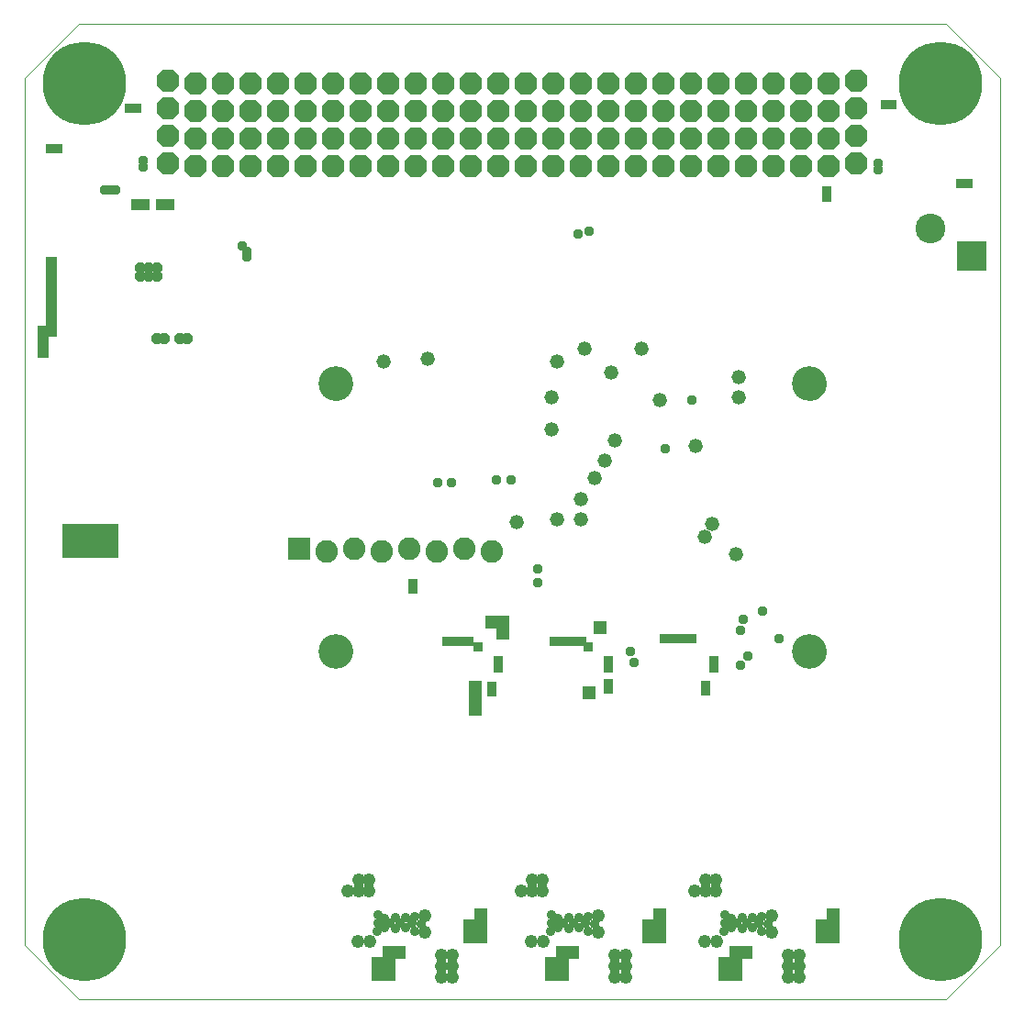
<source format=gbs>
G75*
%MOIN*%
%OFA0B0*%
%FSLAX25Y25*%
%IPPOS*%
%LPD*%
%AMOC8*
5,1,8,0,0,1.08239X$1,22.5*
%
%ADD10OC8,0.08200*%
%ADD11C,0.00000*%
%ADD12C,0.30328*%
%ADD13R,0.10800X0.10800*%
%ADD14C,0.10800*%
%ADD15C,0.12611*%
%ADD16C,0.05200*%
%ADD17R,0.08200X0.08200*%
%ADD18C,0.08200*%
%ADD19R,0.03581X0.03581*%
%ADD20R,0.03600X0.03600*%
%ADD21R,0.03778X0.03778*%
%ADD22C,0.03778*%
%ADD23OC8,0.03975*%
%ADD24R,0.03975X0.03975*%
%ADD25C,0.04762*%
%ADD26C,0.03581*%
%ADD27R,0.04762X0.04762*%
D10*
X0092608Y0305912D03*
X0102608Y0304912D03*
X0102608Y0314912D03*
X0092608Y0315912D03*
X0092608Y0325912D03*
X0102608Y0324912D03*
X0102608Y0334912D03*
X0092608Y0335912D03*
X0112608Y0334912D03*
X0112608Y0324912D03*
X0122608Y0324912D03*
X0122608Y0334912D03*
X0132608Y0334912D03*
X0132608Y0324912D03*
X0142608Y0324912D03*
X0142608Y0334912D03*
X0152608Y0334912D03*
X0152608Y0324912D03*
X0162608Y0324912D03*
X0162608Y0334912D03*
X0172608Y0334912D03*
X0172608Y0324912D03*
X0182608Y0324912D03*
X0182608Y0334912D03*
X0192608Y0334912D03*
X0192608Y0324912D03*
X0202608Y0324912D03*
X0202608Y0334912D03*
X0212608Y0334912D03*
X0212608Y0324912D03*
X0222608Y0324912D03*
X0222608Y0334912D03*
X0232608Y0334912D03*
X0232608Y0324912D03*
X0242608Y0324912D03*
X0242608Y0334912D03*
X0252608Y0334912D03*
X0252608Y0324912D03*
X0262608Y0324912D03*
X0262608Y0334912D03*
X0272608Y0334912D03*
X0272608Y0324912D03*
X0282608Y0324912D03*
X0282608Y0334912D03*
X0292608Y0334912D03*
X0292608Y0324912D03*
X0302608Y0324912D03*
X0302608Y0334912D03*
X0312608Y0334912D03*
X0312608Y0324912D03*
X0322608Y0324912D03*
X0322608Y0334912D03*
X0332608Y0334912D03*
X0332608Y0324912D03*
X0342608Y0325912D03*
X0342608Y0335912D03*
X0342608Y0315912D03*
X0332608Y0314912D03*
X0322608Y0314912D03*
X0312608Y0314912D03*
X0302608Y0314912D03*
X0292608Y0314912D03*
X0282608Y0314912D03*
X0272608Y0314912D03*
X0262608Y0314912D03*
X0252608Y0314912D03*
X0242608Y0314912D03*
X0232608Y0314912D03*
X0222608Y0314912D03*
X0212608Y0314912D03*
X0202608Y0314912D03*
X0192608Y0314912D03*
X0182608Y0314912D03*
X0172608Y0314912D03*
X0162608Y0314912D03*
X0152608Y0314912D03*
X0142608Y0314912D03*
X0132608Y0314912D03*
X0122608Y0314912D03*
X0112608Y0314912D03*
X0112608Y0304912D03*
X0122608Y0304912D03*
X0132608Y0304912D03*
X0142608Y0304912D03*
X0152608Y0304912D03*
X0162608Y0304912D03*
X0172608Y0304912D03*
X0182608Y0304912D03*
X0192608Y0304912D03*
X0202608Y0304912D03*
X0212608Y0304912D03*
X0222608Y0304912D03*
X0232608Y0304912D03*
X0242608Y0304912D03*
X0252608Y0304912D03*
X0262608Y0304912D03*
X0272608Y0304912D03*
X0282608Y0304912D03*
X0292608Y0304912D03*
X0302608Y0304912D03*
X0312608Y0304912D03*
X0322608Y0304912D03*
X0332608Y0304912D03*
X0342608Y0305912D03*
D11*
X0040443Y0336880D02*
X0040443Y0021920D01*
X0060128Y0002235D01*
X0375089Y0002235D01*
X0394774Y0021920D01*
X0394774Y0336880D01*
X0375089Y0356565D01*
X0060128Y0356565D01*
X0040443Y0336880D01*
X0147652Y0226010D02*
X0147654Y0226163D01*
X0147660Y0226317D01*
X0147670Y0226470D01*
X0147684Y0226622D01*
X0147702Y0226775D01*
X0147724Y0226926D01*
X0147749Y0227077D01*
X0147779Y0227228D01*
X0147813Y0227378D01*
X0147850Y0227526D01*
X0147891Y0227674D01*
X0147936Y0227820D01*
X0147985Y0227966D01*
X0148038Y0228110D01*
X0148094Y0228252D01*
X0148154Y0228393D01*
X0148218Y0228533D01*
X0148285Y0228671D01*
X0148356Y0228807D01*
X0148431Y0228941D01*
X0148508Y0229073D01*
X0148590Y0229203D01*
X0148674Y0229331D01*
X0148762Y0229457D01*
X0148853Y0229580D01*
X0148947Y0229701D01*
X0149045Y0229819D01*
X0149145Y0229935D01*
X0149249Y0230048D01*
X0149355Y0230159D01*
X0149464Y0230267D01*
X0149576Y0230372D01*
X0149690Y0230473D01*
X0149808Y0230572D01*
X0149927Y0230668D01*
X0150049Y0230761D01*
X0150174Y0230850D01*
X0150301Y0230937D01*
X0150430Y0231019D01*
X0150561Y0231099D01*
X0150694Y0231175D01*
X0150829Y0231248D01*
X0150966Y0231317D01*
X0151105Y0231382D01*
X0151245Y0231444D01*
X0151387Y0231502D01*
X0151530Y0231557D01*
X0151675Y0231608D01*
X0151821Y0231655D01*
X0151968Y0231698D01*
X0152116Y0231737D01*
X0152265Y0231773D01*
X0152415Y0231804D01*
X0152566Y0231832D01*
X0152717Y0231856D01*
X0152870Y0231876D01*
X0153022Y0231892D01*
X0153175Y0231904D01*
X0153328Y0231912D01*
X0153481Y0231916D01*
X0153635Y0231916D01*
X0153788Y0231912D01*
X0153941Y0231904D01*
X0154094Y0231892D01*
X0154246Y0231876D01*
X0154399Y0231856D01*
X0154550Y0231832D01*
X0154701Y0231804D01*
X0154851Y0231773D01*
X0155000Y0231737D01*
X0155148Y0231698D01*
X0155295Y0231655D01*
X0155441Y0231608D01*
X0155586Y0231557D01*
X0155729Y0231502D01*
X0155871Y0231444D01*
X0156011Y0231382D01*
X0156150Y0231317D01*
X0156287Y0231248D01*
X0156422Y0231175D01*
X0156555Y0231099D01*
X0156686Y0231019D01*
X0156815Y0230937D01*
X0156942Y0230850D01*
X0157067Y0230761D01*
X0157189Y0230668D01*
X0157308Y0230572D01*
X0157426Y0230473D01*
X0157540Y0230372D01*
X0157652Y0230267D01*
X0157761Y0230159D01*
X0157867Y0230048D01*
X0157971Y0229935D01*
X0158071Y0229819D01*
X0158169Y0229701D01*
X0158263Y0229580D01*
X0158354Y0229457D01*
X0158442Y0229331D01*
X0158526Y0229203D01*
X0158608Y0229073D01*
X0158685Y0228941D01*
X0158760Y0228807D01*
X0158831Y0228671D01*
X0158898Y0228533D01*
X0158962Y0228393D01*
X0159022Y0228252D01*
X0159078Y0228110D01*
X0159131Y0227966D01*
X0159180Y0227820D01*
X0159225Y0227674D01*
X0159266Y0227526D01*
X0159303Y0227378D01*
X0159337Y0227228D01*
X0159367Y0227077D01*
X0159392Y0226926D01*
X0159414Y0226775D01*
X0159432Y0226622D01*
X0159446Y0226470D01*
X0159456Y0226317D01*
X0159462Y0226163D01*
X0159464Y0226010D01*
X0159462Y0225857D01*
X0159456Y0225703D01*
X0159446Y0225550D01*
X0159432Y0225398D01*
X0159414Y0225245D01*
X0159392Y0225094D01*
X0159367Y0224943D01*
X0159337Y0224792D01*
X0159303Y0224642D01*
X0159266Y0224494D01*
X0159225Y0224346D01*
X0159180Y0224200D01*
X0159131Y0224054D01*
X0159078Y0223910D01*
X0159022Y0223768D01*
X0158962Y0223627D01*
X0158898Y0223487D01*
X0158831Y0223349D01*
X0158760Y0223213D01*
X0158685Y0223079D01*
X0158608Y0222947D01*
X0158526Y0222817D01*
X0158442Y0222689D01*
X0158354Y0222563D01*
X0158263Y0222440D01*
X0158169Y0222319D01*
X0158071Y0222201D01*
X0157971Y0222085D01*
X0157867Y0221972D01*
X0157761Y0221861D01*
X0157652Y0221753D01*
X0157540Y0221648D01*
X0157426Y0221547D01*
X0157308Y0221448D01*
X0157189Y0221352D01*
X0157067Y0221259D01*
X0156942Y0221170D01*
X0156815Y0221083D01*
X0156686Y0221001D01*
X0156555Y0220921D01*
X0156422Y0220845D01*
X0156287Y0220772D01*
X0156150Y0220703D01*
X0156011Y0220638D01*
X0155871Y0220576D01*
X0155729Y0220518D01*
X0155586Y0220463D01*
X0155441Y0220412D01*
X0155295Y0220365D01*
X0155148Y0220322D01*
X0155000Y0220283D01*
X0154851Y0220247D01*
X0154701Y0220216D01*
X0154550Y0220188D01*
X0154399Y0220164D01*
X0154246Y0220144D01*
X0154094Y0220128D01*
X0153941Y0220116D01*
X0153788Y0220108D01*
X0153635Y0220104D01*
X0153481Y0220104D01*
X0153328Y0220108D01*
X0153175Y0220116D01*
X0153022Y0220128D01*
X0152870Y0220144D01*
X0152717Y0220164D01*
X0152566Y0220188D01*
X0152415Y0220216D01*
X0152265Y0220247D01*
X0152116Y0220283D01*
X0151968Y0220322D01*
X0151821Y0220365D01*
X0151675Y0220412D01*
X0151530Y0220463D01*
X0151387Y0220518D01*
X0151245Y0220576D01*
X0151105Y0220638D01*
X0150966Y0220703D01*
X0150829Y0220772D01*
X0150694Y0220845D01*
X0150561Y0220921D01*
X0150430Y0221001D01*
X0150301Y0221083D01*
X0150174Y0221170D01*
X0150049Y0221259D01*
X0149927Y0221352D01*
X0149808Y0221448D01*
X0149690Y0221547D01*
X0149576Y0221648D01*
X0149464Y0221753D01*
X0149355Y0221861D01*
X0149249Y0221972D01*
X0149145Y0222085D01*
X0149045Y0222201D01*
X0148947Y0222319D01*
X0148853Y0222440D01*
X0148762Y0222563D01*
X0148674Y0222689D01*
X0148590Y0222817D01*
X0148508Y0222947D01*
X0148431Y0223079D01*
X0148356Y0223213D01*
X0148285Y0223349D01*
X0148218Y0223487D01*
X0148154Y0223627D01*
X0148094Y0223768D01*
X0148038Y0223910D01*
X0147985Y0224054D01*
X0147936Y0224200D01*
X0147891Y0224346D01*
X0147850Y0224494D01*
X0147813Y0224642D01*
X0147779Y0224792D01*
X0147749Y0224943D01*
X0147724Y0225094D01*
X0147702Y0225245D01*
X0147684Y0225398D01*
X0147670Y0225550D01*
X0147660Y0225703D01*
X0147654Y0225857D01*
X0147652Y0226010D01*
X0147682Y0128800D02*
X0147684Y0128953D01*
X0147690Y0129107D01*
X0147700Y0129260D01*
X0147714Y0129412D01*
X0147732Y0129565D01*
X0147754Y0129716D01*
X0147779Y0129867D01*
X0147809Y0130018D01*
X0147843Y0130168D01*
X0147880Y0130316D01*
X0147921Y0130464D01*
X0147966Y0130610D01*
X0148015Y0130756D01*
X0148068Y0130900D01*
X0148124Y0131042D01*
X0148184Y0131183D01*
X0148248Y0131323D01*
X0148315Y0131461D01*
X0148386Y0131597D01*
X0148461Y0131731D01*
X0148538Y0131863D01*
X0148620Y0131993D01*
X0148704Y0132121D01*
X0148792Y0132247D01*
X0148883Y0132370D01*
X0148977Y0132491D01*
X0149075Y0132609D01*
X0149175Y0132725D01*
X0149279Y0132838D01*
X0149385Y0132949D01*
X0149494Y0133057D01*
X0149606Y0133162D01*
X0149720Y0133263D01*
X0149838Y0133362D01*
X0149957Y0133458D01*
X0150079Y0133551D01*
X0150204Y0133640D01*
X0150331Y0133727D01*
X0150460Y0133809D01*
X0150591Y0133889D01*
X0150724Y0133965D01*
X0150859Y0134038D01*
X0150996Y0134107D01*
X0151135Y0134172D01*
X0151275Y0134234D01*
X0151417Y0134292D01*
X0151560Y0134347D01*
X0151705Y0134398D01*
X0151851Y0134445D01*
X0151998Y0134488D01*
X0152146Y0134527D01*
X0152295Y0134563D01*
X0152445Y0134594D01*
X0152596Y0134622D01*
X0152747Y0134646D01*
X0152900Y0134666D01*
X0153052Y0134682D01*
X0153205Y0134694D01*
X0153358Y0134702D01*
X0153511Y0134706D01*
X0153665Y0134706D01*
X0153818Y0134702D01*
X0153971Y0134694D01*
X0154124Y0134682D01*
X0154276Y0134666D01*
X0154429Y0134646D01*
X0154580Y0134622D01*
X0154731Y0134594D01*
X0154881Y0134563D01*
X0155030Y0134527D01*
X0155178Y0134488D01*
X0155325Y0134445D01*
X0155471Y0134398D01*
X0155616Y0134347D01*
X0155759Y0134292D01*
X0155901Y0134234D01*
X0156041Y0134172D01*
X0156180Y0134107D01*
X0156317Y0134038D01*
X0156452Y0133965D01*
X0156585Y0133889D01*
X0156716Y0133809D01*
X0156845Y0133727D01*
X0156972Y0133640D01*
X0157097Y0133551D01*
X0157219Y0133458D01*
X0157338Y0133362D01*
X0157456Y0133263D01*
X0157570Y0133162D01*
X0157682Y0133057D01*
X0157791Y0132949D01*
X0157897Y0132838D01*
X0158001Y0132725D01*
X0158101Y0132609D01*
X0158199Y0132491D01*
X0158293Y0132370D01*
X0158384Y0132247D01*
X0158472Y0132121D01*
X0158556Y0131993D01*
X0158638Y0131863D01*
X0158715Y0131731D01*
X0158790Y0131597D01*
X0158861Y0131461D01*
X0158928Y0131323D01*
X0158992Y0131183D01*
X0159052Y0131042D01*
X0159108Y0130900D01*
X0159161Y0130756D01*
X0159210Y0130610D01*
X0159255Y0130464D01*
X0159296Y0130316D01*
X0159333Y0130168D01*
X0159367Y0130018D01*
X0159397Y0129867D01*
X0159422Y0129716D01*
X0159444Y0129565D01*
X0159462Y0129412D01*
X0159476Y0129260D01*
X0159486Y0129107D01*
X0159492Y0128953D01*
X0159494Y0128800D01*
X0159492Y0128647D01*
X0159486Y0128493D01*
X0159476Y0128340D01*
X0159462Y0128188D01*
X0159444Y0128035D01*
X0159422Y0127884D01*
X0159397Y0127733D01*
X0159367Y0127582D01*
X0159333Y0127432D01*
X0159296Y0127284D01*
X0159255Y0127136D01*
X0159210Y0126990D01*
X0159161Y0126844D01*
X0159108Y0126700D01*
X0159052Y0126558D01*
X0158992Y0126417D01*
X0158928Y0126277D01*
X0158861Y0126139D01*
X0158790Y0126003D01*
X0158715Y0125869D01*
X0158638Y0125737D01*
X0158556Y0125607D01*
X0158472Y0125479D01*
X0158384Y0125353D01*
X0158293Y0125230D01*
X0158199Y0125109D01*
X0158101Y0124991D01*
X0158001Y0124875D01*
X0157897Y0124762D01*
X0157791Y0124651D01*
X0157682Y0124543D01*
X0157570Y0124438D01*
X0157456Y0124337D01*
X0157338Y0124238D01*
X0157219Y0124142D01*
X0157097Y0124049D01*
X0156972Y0123960D01*
X0156845Y0123873D01*
X0156716Y0123791D01*
X0156585Y0123711D01*
X0156452Y0123635D01*
X0156317Y0123562D01*
X0156180Y0123493D01*
X0156041Y0123428D01*
X0155901Y0123366D01*
X0155759Y0123308D01*
X0155616Y0123253D01*
X0155471Y0123202D01*
X0155325Y0123155D01*
X0155178Y0123112D01*
X0155030Y0123073D01*
X0154881Y0123037D01*
X0154731Y0123006D01*
X0154580Y0122978D01*
X0154429Y0122954D01*
X0154276Y0122934D01*
X0154124Y0122918D01*
X0153971Y0122906D01*
X0153818Y0122898D01*
X0153665Y0122894D01*
X0153511Y0122894D01*
X0153358Y0122898D01*
X0153205Y0122906D01*
X0153052Y0122918D01*
X0152900Y0122934D01*
X0152747Y0122954D01*
X0152596Y0122978D01*
X0152445Y0123006D01*
X0152295Y0123037D01*
X0152146Y0123073D01*
X0151998Y0123112D01*
X0151851Y0123155D01*
X0151705Y0123202D01*
X0151560Y0123253D01*
X0151417Y0123308D01*
X0151275Y0123366D01*
X0151135Y0123428D01*
X0150996Y0123493D01*
X0150859Y0123562D01*
X0150724Y0123635D01*
X0150591Y0123711D01*
X0150460Y0123791D01*
X0150331Y0123873D01*
X0150204Y0123960D01*
X0150079Y0124049D01*
X0149957Y0124142D01*
X0149838Y0124238D01*
X0149720Y0124337D01*
X0149606Y0124438D01*
X0149494Y0124543D01*
X0149385Y0124651D01*
X0149279Y0124762D01*
X0149175Y0124875D01*
X0149075Y0124991D01*
X0148977Y0125109D01*
X0148883Y0125230D01*
X0148792Y0125353D01*
X0148704Y0125479D01*
X0148620Y0125607D01*
X0148538Y0125737D01*
X0148461Y0125869D01*
X0148386Y0126003D01*
X0148315Y0126139D01*
X0148248Y0126277D01*
X0148184Y0126417D01*
X0148124Y0126558D01*
X0148068Y0126700D01*
X0148015Y0126844D01*
X0147966Y0126990D01*
X0147921Y0127136D01*
X0147880Y0127284D01*
X0147843Y0127432D01*
X0147809Y0127582D01*
X0147779Y0127733D01*
X0147754Y0127884D01*
X0147732Y0128035D01*
X0147714Y0128188D01*
X0147700Y0128340D01*
X0147690Y0128493D01*
X0147684Y0128647D01*
X0147682Y0128800D01*
X0319722Y0128770D02*
X0319724Y0128923D01*
X0319730Y0129077D01*
X0319740Y0129230D01*
X0319754Y0129382D01*
X0319772Y0129535D01*
X0319794Y0129686D01*
X0319819Y0129837D01*
X0319849Y0129988D01*
X0319883Y0130138D01*
X0319920Y0130286D01*
X0319961Y0130434D01*
X0320006Y0130580D01*
X0320055Y0130726D01*
X0320108Y0130870D01*
X0320164Y0131012D01*
X0320224Y0131153D01*
X0320288Y0131293D01*
X0320355Y0131431D01*
X0320426Y0131567D01*
X0320501Y0131701D01*
X0320578Y0131833D01*
X0320660Y0131963D01*
X0320744Y0132091D01*
X0320832Y0132217D01*
X0320923Y0132340D01*
X0321017Y0132461D01*
X0321115Y0132579D01*
X0321215Y0132695D01*
X0321319Y0132808D01*
X0321425Y0132919D01*
X0321534Y0133027D01*
X0321646Y0133132D01*
X0321760Y0133233D01*
X0321878Y0133332D01*
X0321997Y0133428D01*
X0322119Y0133521D01*
X0322244Y0133610D01*
X0322371Y0133697D01*
X0322500Y0133779D01*
X0322631Y0133859D01*
X0322764Y0133935D01*
X0322899Y0134008D01*
X0323036Y0134077D01*
X0323175Y0134142D01*
X0323315Y0134204D01*
X0323457Y0134262D01*
X0323600Y0134317D01*
X0323745Y0134368D01*
X0323891Y0134415D01*
X0324038Y0134458D01*
X0324186Y0134497D01*
X0324335Y0134533D01*
X0324485Y0134564D01*
X0324636Y0134592D01*
X0324787Y0134616D01*
X0324940Y0134636D01*
X0325092Y0134652D01*
X0325245Y0134664D01*
X0325398Y0134672D01*
X0325551Y0134676D01*
X0325705Y0134676D01*
X0325858Y0134672D01*
X0326011Y0134664D01*
X0326164Y0134652D01*
X0326316Y0134636D01*
X0326469Y0134616D01*
X0326620Y0134592D01*
X0326771Y0134564D01*
X0326921Y0134533D01*
X0327070Y0134497D01*
X0327218Y0134458D01*
X0327365Y0134415D01*
X0327511Y0134368D01*
X0327656Y0134317D01*
X0327799Y0134262D01*
X0327941Y0134204D01*
X0328081Y0134142D01*
X0328220Y0134077D01*
X0328357Y0134008D01*
X0328492Y0133935D01*
X0328625Y0133859D01*
X0328756Y0133779D01*
X0328885Y0133697D01*
X0329012Y0133610D01*
X0329137Y0133521D01*
X0329259Y0133428D01*
X0329378Y0133332D01*
X0329496Y0133233D01*
X0329610Y0133132D01*
X0329722Y0133027D01*
X0329831Y0132919D01*
X0329937Y0132808D01*
X0330041Y0132695D01*
X0330141Y0132579D01*
X0330239Y0132461D01*
X0330333Y0132340D01*
X0330424Y0132217D01*
X0330512Y0132091D01*
X0330596Y0131963D01*
X0330678Y0131833D01*
X0330755Y0131701D01*
X0330830Y0131567D01*
X0330901Y0131431D01*
X0330968Y0131293D01*
X0331032Y0131153D01*
X0331092Y0131012D01*
X0331148Y0130870D01*
X0331201Y0130726D01*
X0331250Y0130580D01*
X0331295Y0130434D01*
X0331336Y0130286D01*
X0331373Y0130138D01*
X0331407Y0129988D01*
X0331437Y0129837D01*
X0331462Y0129686D01*
X0331484Y0129535D01*
X0331502Y0129382D01*
X0331516Y0129230D01*
X0331526Y0129077D01*
X0331532Y0128923D01*
X0331534Y0128770D01*
X0331532Y0128617D01*
X0331526Y0128463D01*
X0331516Y0128310D01*
X0331502Y0128158D01*
X0331484Y0128005D01*
X0331462Y0127854D01*
X0331437Y0127703D01*
X0331407Y0127552D01*
X0331373Y0127402D01*
X0331336Y0127254D01*
X0331295Y0127106D01*
X0331250Y0126960D01*
X0331201Y0126814D01*
X0331148Y0126670D01*
X0331092Y0126528D01*
X0331032Y0126387D01*
X0330968Y0126247D01*
X0330901Y0126109D01*
X0330830Y0125973D01*
X0330755Y0125839D01*
X0330678Y0125707D01*
X0330596Y0125577D01*
X0330512Y0125449D01*
X0330424Y0125323D01*
X0330333Y0125200D01*
X0330239Y0125079D01*
X0330141Y0124961D01*
X0330041Y0124845D01*
X0329937Y0124732D01*
X0329831Y0124621D01*
X0329722Y0124513D01*
X0329610Y0124408D01*
X0329496Y0124307D01*
X0329378Y0124208D01*
X0329259Y0124112D01*
X0329137Y0124019D01*
X0329012Y0123930D01*
X0328885Y0123843D01*
X0328756Y0123761D01*
X0328625Y0123681D01*
X0328492Y0123605D01*
X0328357Y0123532D01*
X0328220Y0123463D01*
X0328081Y0123398D01*
X0327941Y0123336D01*
X0327799Y0123278D01*
X0327656Y0123223D01*
X0327511Y0123172D01*
X0327365Y0123125D01*
X0327218Y0123082D01*
X0327070Y0123043D01*
X0326921Y0123007D01*
X0326771Y0122976D01*
X0326620Y0122948D01*
X0326469Y0122924D01*
X0326316Y0122904D01*
X0326164Y0122888D01*
X0326011Y0122876D01*
X0325858Y0122868D01*
X0325705Y0122864D01*
X0325551Y0122864D01*
X0325398Y0122868D01*
X0325245Y0122876D01*
X0325092Y0122888D01*
X0324940Y0122904D01*
X0324787Y0122924D01*
X0324636Y0122948D01*
X0324485Y0122976D01*
X0324335Y0123007D01*
X0324186Y0123043D01*
X0324038Y0123082D01*
X0323891Y0123125D01*
X0323745Y0123172D01*
X0323600Y0123223D01*
X0323457Y0123278D01*
X0323315Y0123336D01*
X0323175Y0123398D01*
X0323036Y0123463D01*
X0322899Y0123532D01*
X0322764Y0123605D01*
X0322631Y0123681D01*
X0322500Y0123761D01*
X0322371Y0123843D01*
X0322244Y0123930D01*
X0322119Y0124019D01*
X0321997Y0124112D01*
X0321878Y0124208D01*
X0321760Y0124307D01*
X0321646Y0124408D01*
X0321534Y0124513D01*
X0321425Y0124621D01*
X0321319Y0124732D01*
X0321215Y0124845D01*
X0321115Y0124961D01*
X0321017Y0125079D01*
X0320923Y0125200D01*
X0320832Y0125323D01*
X0320744Y0125449D01*
X0320660Y0125577D01*
X0320578Y0125707D01*
X0320501Y0125839D01*
X0320426Y0125973D01*
X0320355Y0126109D01*
X0320288Y0126247D01*
X0320224Y0126387D01*
X0320164Y0126528D01*
X0320108Y0126670D01*
X0320055Y0126814D01*
X0320006Y0126960D01*
X0319961Y0127106D01*
X0319920Y0127254D01*
X0319883Y0127402D01*
X0319849Y0127552D01*
X0319819Y0127703D01*
X0319794Y0127854D01*
X0319772Y0128005D01*
X0319754Y0128158D01*
X0319740Y0128310D01*
X0319730Y0128463D01*
X0319724Y0128617D01*
X0319722Y0128770D01*
X0319722Y0226030D02*
X0319724Y0226183D01*
X0319730Y0226337D01*
X0319740Y0226490D01*
X0319754Y0226642D01*
X0319772Y0226795D01*
X0319794Y0226946D01*
X0319819Y0227097D01*
X0319849Y0227248D01*
X0319883Y0227398D01*
X0319920Y0227546D01*
X0319961Y0227694D01*
X0320006Y0227840D01*
X0320055Y0227986D01*
X0320108Y0228130D01*
X0320164Y0228272D01*
X0320224Y0228413D01*
X0320288Y0228553D01*
X0320355Y0228691D01*
X0320426Y0228827D01*
X0320501Y0228961D01*
X0320578Y0229093D01*
X0320660Y0229223D01*
X0320744Y0229351D01*
X0320832Y0229477D01*
X0320923Y0229600D01*
X0321017Y0229721D01*
X0321115Y0229839D01*
X0321215Y0229955D01*
X0321319Y0230068D01*
X0321425Y0230179D01*
X0321534Y0230287D01*
X0321646Y0230392D01*
X0321760Y0230493D01*
X0321878Y0230592D01*
X0321997Y0230688D01*
X0322119Y0230781D01*
X0322244Y0230870D01*
X0322371Y0230957D01*
X0322500Y0231039D01*
X0322631Y0231119D01*
X0322764Y0231195D01*
X0322899Y0231268D01*
X0323036Y0231337D01*
X0323175Y0231402D01*
X0323315Y0231464D01*
X0323457Y0231522D01*
X0323600Y0231577D01*
X0323745Y0231628D01*
X0323891Y0231675D01*
X0324038Y0231718D01*
X0324186Y0231757D01*
X0324335Y0231793D01*
X0324485Y0231824D01*
X0324636Y0231852D01*
X0324787Y0231876D01*
X0324940Y0231896D01*
X0325092Y0231912D01*
X0325245Y0231924D01*
X0325398Y0231932D01*
X0325551Y0231936D01*
X0325705Y0231936D01*
X0325858Y0231932D01*
X0326011Y0231924D01*
X0326164Y0231912D01*
X0326316Y0231896D01*
X0326469Y0231876D01*
X0326620Y0231852D01*
X0326771Y0231824D01*
X0326921Y0231793D01*
X0327070Y0231757D01*
X0327218Y0231718D01*
X0327365Y0231675D01*
X0327511Y0231628D01*
X0327656Y0231577D01*
X0327799Y0231522D01*
X0327941Y0231464D01*
X0328081Y0231402D01*
X0328220Y0231337D01*
X0328357Y0231268D01*
X0328492Y0231195D01*
X0328625Y0231119D01*
X0328756Y0231039D01*
X0328885Y0230957D01*
X0329012Y0230870D01*
X0329137Y0230781D01*
X0329259Y0230688D01*
X0329378Y0230592D01*
X0329496Y0230493D01*
X0329610Y0230392D01*
X0329722Y0230287D01*
X0329831Y0230179D01*
X0329937Y0230068D01*
X0330041Y0229955D01*
X0330141Y0229839D01*
X0330239Y0229721D01*
X0330333Y0229600D01*
X0330424Y0229477D01*
X0330512Y0229351D01*
X0330596Y0229223D01*
X0330678Y0229093D01*
X0330755Y0228961D01*
X0330830Y0228827D01*
X0330901Y0228691D01*
X0330968Y0228553D01*
X0331032Y0228413D01*
X0331092Y0228272D01*
X0331148Y0228130D01*
X0331201Y0227986D01*
X0331250Y0227840D01*
X0331295Y0227694D01*
X0331336Y0227546D01*
X0331373Y0227398D01*
X0331407Y0227248D01*
X0331437Y0227097D01*
X0331462Y0226946D01*
X0331484Y0226795D01*
X0331502Y0226642D01*
X0331516Y0226490D01*
X0331526Y0226337D01*
X0331532Y0226183D01*
X0331534Y0226030D01*
X0331532Y0225877D01*
X0331526Y0225723D01*
X0331516Y0225570D01*
X0331502Y0225418D01*
X0331484Y0225265D01*
X0331462Y0225114D01*
X0331437Y0224963D01*
X0331407Y0224812D01*
X0331373Y0224662D01*
X0331336Y0224514D01*
X0331295Y0224366D01*
X0331250Y0224220D01*
X0331201Y0224074D01*
X0331148Y0223930D01*
X0331092Y0223788D01*
X0331032Y0223647D01*
X0330968Y0223507D01*
X0330901Y0223369D01*
X0330830Y0223233D01*
X0330755Y0223099D01*
X0330678Y0222967D01*
X0330596Y0222837D01*
X0330512Y0222709D01*
X0330424Y0222583D01*
X0330333Y0222460D01*
X0330239Y0222339D01*
X0330141Y0222221D01*
X0330041Y0222105D01*
X0329937Y0221992D01*
X0329831Y0221881D01*
X0329722Y0221773D01*
X0329610Y0221668D01*
X0329496Y0221567D01*
X0329378Y0221468D01*
X0329259Y0221372D01*
X0329137Y0221279D01*
X0329012Y0221190D01*
X0328885Y0221103D01*
X0328756Y0221021D01*
X0328625Y0220941D01*
X0328492Y0220865D01*
X0328357Y0220792D01*
X0328220Y0220723D01*
X0328081Y0220658D01*
X0327941Y0220596D01*
X0327799Y0220538D01*
X0327656Y0220483D01*
X0327511Y0220432D01*
X0327365Y0220385D01*
X0327218Y0220342D01*
X0327070Y0220303D01*
X0326921Y0220267D01*
X0326771Y0220236D01*
X0326620Y0220208D01*
X0326469Y0220184D01*
X0326316Y0220164D01*
X0326164Y0220148D01*
X0326011Y0220136D01*
X0325858Y0220128D01*
X0325705Y0220124D01*
X0325551Y0220124D01*
X0325398Y0220128D01*
X0325245Y0220136D01*
X0325092Y0220148D01*
X0324940Y0220164D01*
X0324787Y0220184D01*
X0324636Y0220208D01*
X0324485Y0220236D01*
X0324335Y0220267D01*
X0324186Y0220303D01*
X0324038Y0220342D01*
X0323891Y0220385D01*
X0323745Y0220432D01*
X0323600Y0220483D01*
X0323457Y0220538D01*
X0323315Y0220596D01*
X0323175Y0220658D01*
X0323036Y0220723D01*
X0322899Y0220792D01*
X0322764Y0220865D01*
X0322631Y0220941D01*
X0322500Y0221021D01*
X0322371Y0221103D01*
X0322244Y0221190D01*
X0322119Y0221279D01*
X0321997Y0221372D01*
X0321878Y0221468D01*
X0321760Y0221567D01*
X0321646Y0221668D01*
X0321534Y0221773D01*
X0321425Y0221881D01*
X0321319Y0221992D01*
X0321215Y0222105D01*
X0321115Y0222221D01*
X0321017Y0222339D01*
X0320923Y0222460D01*
X0320832Y0222583D01*
X0320744Y0222709D01*
X0320660Y0222837D01*
X0320578Y0222967D01*
X0320501Y0223099D01*
X0320426Y0223233D01*
X0320355Y0223369D01*
X0320288Y0223507D01*
X0320224Y0223647D01*
X0320164Y0223788D01*
X0320108Y0223930D01*
X0320055Y0224074D01*
X0320006Y0224220D01*
X0319961Y0224366D01*
X0319920Y0224514D01*
X0319883Y0224662D01*
X0319849Y0224812D01*
X0319819Y0224963D01*
X0319794Y0225114D01*
X0319772Y0225265D01*
X0319754Y0225418D01*
X0319740Y0225570D01*
X0319730Y0225723D01*
X0319724Y0225877D01*
X0319722Y0226030D01*
D12*
X0373120Y0334912D03*
X0062096Y0334912D03*
X0062096Y0023888D03*
X0373120Y0023888D03*
D13*
X0384608Y0272400D03*
D14*
X0369608Y0282400D03*
D15*
X0325628Y0226030D03*
X0325628Y0128770D03*
X0153588Y0128800D03*
X0153558Y0226010D03*
D16*
X0171012Y0233943D03*
X0186760Y0234928D03*
X0234004Y0233943D03*
X0243847Y0238865D03*
X0253689Y0230006D03*
X0264516Y0238865D03*
X0271406Y0220164D03*
X0284201Y0203431D03*
X0300048Y0221050D03*
X0299949Y0228530D03*
X0255058Y0205400D03*
X0251145Y0197918D03*
X0247523Y0191670D03*
X0242508Y0184150D03*
X0242508Y0176650D03*
X0234004Y0176857D03*
X0219241Y0175872D03*
X0232036Y0209337D03*
X0232036Y0221148D03*
X0290107Y0174888D03*
X0287646Y0170459D03*
X0298965Y0164061D03*
D17*
X0140108Y0166000D03*
D18*
X0150108Y0165000D03*
X0160108Y0166000D03*
X0170108Y0165000D03*
X0180108Y0166000D03*
X0190108Y0165000D03*
X0200108Y0166000D03*
X0210108Y0165000D03*
D19*
X0181441Y0153365D03*
X0181441Y0151365D03*
X0194004Y0132433D03*
X0195972Y0132433D03*
X0197941Y0132433D03*
X0199909Y0132433D03*
X0201878Y0132433D03*
X0205303Y0130465D03*
X0212608Y0125456D03*
X0212608Y0122700D03*
X0210108Y0116200D03*
X0210108Y0114100D03*
X0233017Y0132296D03*
X0234985Y0132296D03*
X0236954Y0132296D03*
X0238922Y0132296D03*
X0240891Y0132296D03*
X0242859Y0132296D03*
X0245110Y0130308D03*
X0252608Y0125356D03*
X0252608Y0122600D03*
X0252508Y0117200D03*
X0252508Y0115000D03*
X0272781Y0133477D03*
X0274749Y0133477D03*
X0277111Y0133477D03*
X0279080Y0133477D03*
X0281048Y0133477D03*
X0283017Y0133477D03*
X0287908Y0116400D03*
X0287908Y0114300D03*
D20*
X0290808Y0122600D03*
X0290808Y0125356D03*
D21*
X0331858Y0293650D03*
X0331858Y0296150D03*
X0353217Y0327506D03*
X0355717Y0327506D03*
X0380717Y0298756D03*
X0383217Y0298756D03*
X0081217Y0326006D03*
X0078717Y0326006D03*
X0052467Y0311256D03*
X0049967Y0311256D03*
D22*
X0069608Y0296400D03*
X0071608Y0296400D03*
X0073608Y0296400D03*
X0083608Y0304650D03*
X0083608Y0307150D03*
X0119701Y0276111D03*
X0121307Y0274142D03*
X0121339Y0272174D03*
X0190608Y0189900D03*
X0195608Y0189900D03*
X0211858Y0191150D03*
X0217415Y0191150D03*
X0226858Y0158611D03*
X0226858Y0153650D03*
X0260608Y0128650D03*
X0261858Y0124872D03*
X0300608Y0123650D03*
X0303108Y0127111D03*
X0300608Y0136400D03*
X0301608Y0140400D03*
X0308600Y0143227D03*
X0314506Y0133384D03*
X0273167Y0202282D03*
X0283010Y0219998D03*
X0241514Y0280494D03*
X0245514Y0281494D03*
X0350608Y0303650D03*
X0350608Y0306150D03*
D23*
X0099632Y0242459D03*
X0096876Y0242459D03*
X0091364Y0242459D03*
X0088608Y0242459D03*
X0088608Y0264900D03*
X0085608Y0264900D03*
X0082608Y0264900D03*
X0082608Y0267900D03*
X0085608Y0267900D03*
X0088608Y0267900D03*
D24*
X0090308Y0290900D03*
X0092808Y0290900D03*
X0083808Y0290900D03*
X0081308Y0290900D03*
X0050308Y0269900D03*
X0050308Y0267400D03*
X0050308Y0264900D03*
X0050308Y0262400D03*
X0050308Y0259900D03*
X0050308Y0257400D03*
X0050308Y0254900D03*
X0050308Y0252400D03*
X0050308Y0249900D03*
X0050308Y0247400D03*
X0050308Y0244900D03*
X0047308Y0244900D03*
X0047308Y0242400D03*
X0047308Y0239900D03*
X0047308Y0237400D03*
D25*
X0161922Y0045672D03*
X0165662Y0045672D03*
X0165662Y0041735D03*
X0161922Y0041735D03*
X0157985Y0041735D03*
X0161725Y0023231D03*
X0165859Y0023231D03*
X0185780Y0026735D03*
X0185898Y0032759D03*
X0191893Y0018340D03*
X0195830Y0018340D03*
X0195830Y0014403D03*
X0191893Y0014403D03*
X0191893Y0010466D03*
X0195830Y0010466D03*
X0224717Y0023231D03*
X0228851Y0023231D03*
X0228654Y0041735D03*
X0224914Y0041735D03*
X0220977Y0041735D03*
X0224914Y0045672D03*
X0228654Y0045672D03*
X0248890Y0032759D03*
X0248772Y0026735D03*
X0254885Y0018340D03*
X0258822Y0018340D03*
X0258822Y0014403D03*
X0254885Y0014403D03*
X0254885Y0010466D03*
X0258822Y0010466D03*
X0287709Y0023231D03*
X0291843Y0023231D03*
X0291646Y0041735D03*
X0287906Y0041735D03*
X0283969Y0041735D03*
X0287906Y0045672D03*
X0291646Y0045672D03*
X0311882Y0032759D03*
X0311764Y0026735D03*
X0317878Y0018340D03*
X0321815Y0018340D03*
X0321815Y0014403D03*
X0321815Y0010466D03*
X0317878Y0010466D03*
X0317878Y0014403D03*
D26*
X0308182Y0027050D03*
X0307197Y0029924D03*
X0308182Y0032483D03*
X0304835Y0032090D03*
X0302867Y0030121D03*
X0304835Y0028350D03*
X0301095Y0028153D03*
X0299323Y0030121D03*
X0297355Y0031696D03*
X0294993Y0032877D03*
X0294796Y0030121D03*
X0294599Y0027169D03*
X0297355Y0028350D03*
X0301095Y0032090D03*
X0310622Y0029846D03*
X0247630Y0029846D03*
X0244205Y0029924D03*
X0245189Y0032483D03*
X0241843Y0032090D03*
X0239874Y0030121D03*
X0238103Y0028153D03*
X0236331Y0030121D03*
X0234363Y0031696D03*
X0232000Y0032877D03*
X0231804Y0030121D03*
X0231607Y0027169D03*
X0234363Y0028350D03*
X0238103Y0032090D03*
X0241843Y0028350D03*
X0245189Y0027050D03*
X0184638Y0029846D03*
X0181213Y0029924D03*
X0182197Y0032483D03*
X0178851Y0032090D03*
X0176882Y0030121D03*
X0175111Y0028153D03*
X0173339Y0030121D03*
X0171370Y0031696D03*
X0169008Y0032877D03*
X0168811Y0030121D03*
X0168615Y0027169D03*
X0171370Y0028350D03*
X0175111Y0032090D03*
X0178851Y0028350D03*
X0182197Y0027050D03*
D27*
X0176711Y0019211D03*
X0172774Y0019211D03*
X0172774Y0015274D03*
X0172774Y0011337D03*
X0168837Y0011337D03*
X0168837Y0015274D03*
X0202301Y0025117D03*
X0202301Y0029054D03*
X0206238Y0029054D03*
X0206238Y0025117D03*
X0206238Y0032991D03*
X0231829Y0015274D03*
X0235766Y0015274D03*
X0235766Y0011337D03*
X0231829Y0011337D03*
X0235766Y0019211D03*
X0239703Y0019211D03*
X0267262Y0025117D03*
X0267262Y0029054D03*
X0271199Y0029054D03*
X0271199Y0025117D03*
X0271199Y0032991D03*
X0294821Y0015274D03*
X0298758Y0015274D03*
X0298758Y0011337D03*
X0294821Y0011337D03*
X0298758Y0019211D03*
X0302695Y0019211D03*
X0330254Y0025117D03*
X0330254Y0029054D03*
X0334191Y0029054D03*
X0334191Y0025117D03*
X0334191Y0032991D03*
X0245608Y0113699D03*
X0249545Y0137321D03*
X0214112Y0135353D03*
X0214112Y0139290D03*
X0210175Y0139290D03*
X0204270Y0115668D03*
X0204270Y0111731D03*
X0204270Y0107794D03*
X0072380Y0164880D03*
X0068443Y0164880D03*
X0064506Y0164880D03*
X0060569Y0164880D03*
X0056632Y0164880D03*
X0056632Y0168817D03*
X0060569Y0168817D03*
X0064506Y0168817D03*
X0068443Y0168817D03*
X0072380Y0168817D03*
X0072380Y0172754D03*
X0068443Y0172754D03*
X0064506Y0172754D03*
X0060569Y0172754D03*
X0056632Y0172754D03*
M02*

</source>
